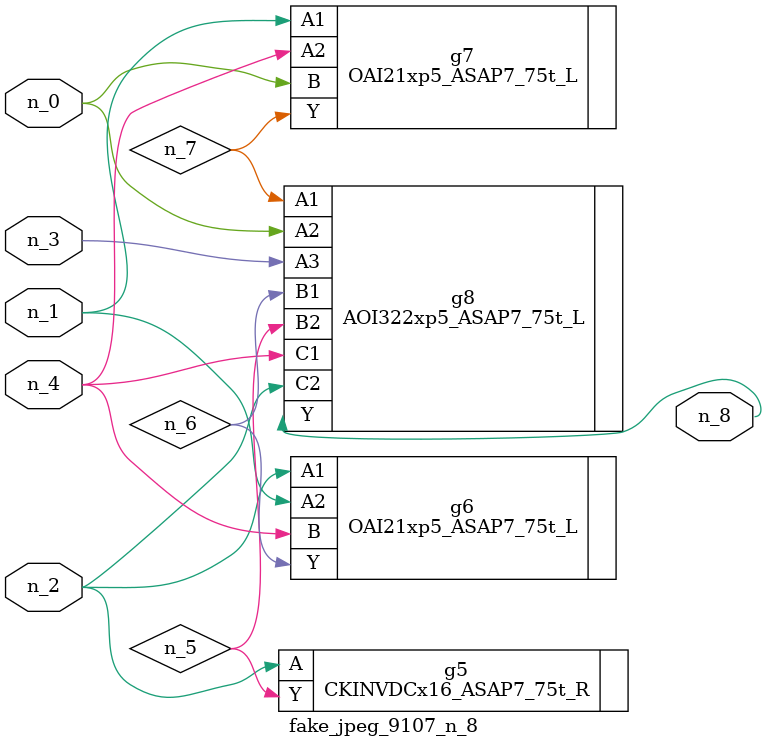
<source format=v>
module fake_jpeg_9107_n_8 (n_3, n_2, n_1, n_0, n_4, n_8);

input n_3;
input n_2;
input n_1;
input n_0;
input n_4;

output n_8;

wire n_6;
wire n_5;
wire n_7;

CKINVDCx16_ASAP7_75t_R g5 ( 
.A(n_2),
.Y(n_5)
);

OAI21xp5_ASAP7_75t_L g6 ( 
.A1(n_2),
.A2(n_1),
.B(n_4),
.Y(n_6)
);

OAI21xp5_ASAP7_75t_L g7 ( 
.A1(n_1),
.A2(n_4),
.B(n_0),
.Y(n_7)
);

AOI322xp5_ASAP7_75t_L g8 ( 
.A1(n_7),
.A2(n_0),
.A3(n_3),
.B1(n_6),
.B2(n_5),
.C1(n_4),
.C2(n_2),
.Y(n_8)
);


endmodule
</source>
